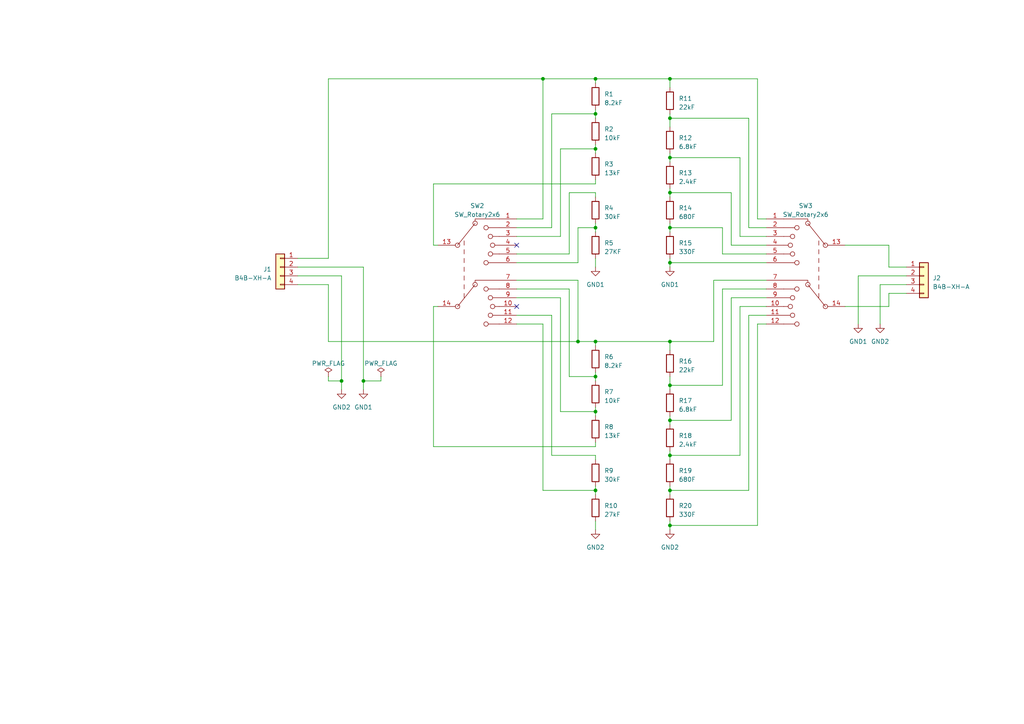
<source format=kicad_sch>
(kicad_sch (version 20230121) (generator eeschema)

  (uuid 1a7721b7-0688-4c4e-9d3b-046f82a8ce57)

  (paper "A4")

  (lib_symbols
    (symbol "Connector_Generic:Conn_01x04" (pin_names (offset 1.016) hide) (in_bom yes) (on_board yes)
      (property "Reference" "J" (at 0 5.08 0)
        (effects (font (size 1.27 1.27)))
      )
      (property "Value" "Conn_01x04" (at 0 -7.62 0)
        (effects (font (size 1.27 1.27)))
      )
      (property "Footprint" "" (at 0 0 0)
        (effects (font (size 1.27 1.27)) hide)
      )
      (property "Datasheet" "~" (at 0 0 0)
        (effects (font (size 1.27 1.27)) hide)
      )
      (property "ki_keywords" "connector" (at 0 0 0)
        (effects (font (size 1.27 1.27)) hide)
      )
      (property "ki_description" "Generic connector, single row, 01x04, script generated (kicad-library-utils/schlib/autogen/connector/)" (at 0 0 0)
        (effects (font (size 1.27 1.27)) hide)
      )
      (property "ki_fp_filters" "Connector*:*_1x??_*" (at 0 0 0)
        (effects (font (size 1.27 1.27)) hide)
      )
      (symbol "Conn_01x04_1_1"
        (rectangle (start -1.27 -4.953) (end 0 -5.207)
          (stroke (width 0.1524) (type default))
          (fill (type none))
        )
        (rectangle (start -1.27 -2.413) (end 0 -2.667)
          (stroke (width 0.1524) (type default))
          (fill (type none))
        )
        (rectangle (start -1.27 0.127) (end 0 -0.127)
          (stroke (width 0.1524) (type default))
          (fill (type none))
        )
        (rectangle (start -1.27 2.667) (end 0 2.413)
          (stroke (width 0.1524) (type default))
          (fill (type none))
        )
        (rectangle (start -1.27 3.81) (end 1.27 -6.35)
          (stroke (width 0.254) (type default))
          (fill (type background))
        )
        (pin passive line (at -5.08 2.54 0) (length 3.81)
          (name "Pin_1" (effects (font (size 1.27 1.27))))
          (number "1" (effects (font (size 1.27 1.27))))
        )
        (pin passive line (at -5.08 0 0) (length 3.81)
          (name "Pin_2" (effects (font (size 1.27 1.27))))
          (number "2" (effects (font (size 1.27 1.27))))
        )
        (pin passive line (at -5.08 -2.54 0) (length 3.81)
          (name "Pin_3" (effects (font (size 1.27 1.27))))
          (number "3" (effects (font (size 1.27 1.27))))
        )
        (pin passive line (at -5.08 -5.08 0) (length 3.81)
          (name "Pin_4" (effects (font (size 1.27 1.27))))
          (number "4" (effects (font (size 1.27 1.27))))
        )
      )
    )
    (symbol "Device:R" (pin_numbers hide) (pin_names (offset 0)) (in_bom yes) (on_board yes)
      (property "Reference" "R" (at 2.032 0 90)
        (effects (font (size 1.27 1.27)))
      )
      (property "Value" "R" (at 0 0 90)
        (effects (font (size 1.27 1.27)))
      )
      (property "Footprint" "" (at -1.778 0 90)
        (effects (font (size 1.27 1.27)) hide)
      )
      (property "Datasheet" "~" (at 0 0 0)
        (effects (font (size 1.27 1.27)) hide)
      )
      (property "ki_keywords" "R res resistor" (at 0 0 0)
        (effects (font (size 1.27 1.27)) hide)
      )
      (property "ki_description" "Resistor" (at 0 0 0)
        (effects (font (size 1.27 1.27)) hide)
      )
      (property "ki_fp_filters" "R_*" (at 0 0 0)
        (effects (font (size 1.27 1.27)) hide)
      )
      (symbol "R_0_1"
        (rectangle (start -1.016 -2.54) (end 1.016 2.54)
          (stroke (width 0.254) (type default))
          (fill (type none))
        )
      )
      (symbol "R_1_1"
        (pin passive line (at 0 3.81 270) (length 1.27)
          (name "~" (effects (font (size 1.27 1.27))))
          (number "1" (effects (font (size 1.27 1.27))))
        )
        (pin passive line (at 0 -3.81 90) (length 1.27)
          (name "~" (effects (font (size 1.27 1.27))))
          (number "2" (effects (font (size 1.27 1.27))))
        )
      )
    )
    (symbol "Switch:SW_Rotary2x6" (pin_names (offset 1.016) hide) (in_bom yes) (on_board yes)
      (property "Reference" "SW" (at 0 17.78 0)
        (effects (font (size 1.27 1.27)))
      )
      (property "Value" "SW_Rotary2x6" (at 0 -17.78 0)
        (effects (font (size 1.27 1.27)))
      )
      (property "Footprint" "" (at -2.54 15.24 0)
        (effects (font (size 1.27 1.27)) hide)
      )
      (property "Datasheet" "http://cdn-reichelt.de/documents/datenblatt/C200/DS-Serie%23LOR.pdf" (at -2.54 15.24 0)
        (effects (font (size 1.27 1.27)) hide)
      )
      (property "ki_keywords" "rotary switch" (at 0 0 0)
        (effects (font (size 1.27 1.27)) hide)
      )
      (property "ki_description" "2 rotary switch with 6 positions" (at 0 0 0)
        (effects (font (size 1.27 1.27)) hide)
      )
      (symbol "SW_Rotary2x6_0_0"
        (circle (center -4.445 -10.16) (radius 0.635)
          (stroke (width 0) (type default))
          (fill (type none))
        )
        (circle (center -4.445 7.62) (radius 0.635)
          (stroke (width 0) (type default))
          (fill (type none))
        )
        (polyline
          (pts
            (xy -4.445 -10.16)
            (xy 0.635 -3.81)
          )
          (stroke (width 0) (type default))
          (fill (type none))
        )
        (polyline
          (pts
            (xy -4.445 7.62)
            (xy 0.635 13.97)
          )
          (stroke (width 0) (type default))
          (fill (type none))
        )
        (polyline
          (pts
            (xy -2.54 -7.62)
            (xy -2.54 -6.35)
          )
          (stroke (width 0) (type default))
          (fill (type none))
        )
        (polyline
          (pts
            (xy -2.54 -5.08)
            (xy -2.54 -3.81)
          )
          (stroke (width 0) (type default))
          (fill (type none))
        )
        (polyline
          (pts
            (xy -2.54 -2.54)
            (xy -2.54 -1.27)
          )
          (stroke (width 0) (type default))
          (fill (type none))
        )
        (polyline
          (pts
            (xy -2.54 0)
            (xy -2.54 1.27)
          )
          (stroke (width 0) (type default))
          (fill (type none))
        )
        (polyline
          (pts
            (xy -2.54 2.54)
            (xy -2.54 3.81)
          )
          (stroke (width 0) (type default))
          (fill (type none))
        )
        (polyline
          (pts
            (xy -2.54 5.08)
            (xy -2.54 6.35)
          )
          (stroke (width 0) (type default))
          (fill (type none))
        )
        (polyline
          (pts
            (xy -2.54 7.62)
            (xy -2.54 8.89)
          )
          (stroke (width 0) (type default))
          (fill (type none))
        )
        (polyline
          (pts
            (xy 4.445 -5.08)
            (xy 7.62 -5.08)
          )
          (stroke (width 0) (type default))
          (fill (type none))
        )
        (polyline
          (pts
            (xy 4.445 12.7)
            (xy 7.62 12.7)
          )
          (stroke (width 0) (type default))
          (fill (type none))
        )
        (polyline
          (pts
            (xy 5.715 -12.7)
            (xy 7.62 -12.7)
          )
          (stroke (width 0) (type default))
          (fill (type none))
        )
        (polyline
          (pts
            (xy 5.715 -7.62)
            (xy 7.62 -7.62)
          )
          (stroke (width 0) (type default))
          (fill (type none))
        )
        (polyline
          (pts
            (xy 5.715 5.08)
            (xy 7.62 5.08)
          )
          (stroke (width 0) (type default))
          (fill (type none))
        )
        (polyline
          (pts
            (xy 5.715 10.16)
            (xy 7.62 10.16)
          )
          (stroke (width 0) (type default))
          (fill (type none))
        )
        (polyline
          (pts
            (xy 6.35 -10.16)
            (xy 7.62 -10.16)
          )
          (stroke (width 0) (type default))
          (fill (type none))
        )
        (polyline
          (pts
            (xy 6.35 7.62)
            (xy 7.62 7.62)
          )
          (stroke (width 0) (type default))
          (fill (type none))
        )
        (polyline
          (pts
            (xy 7.62 -15.24)
            (xy 4.445 -15.24)
          )
          (stroke (width 0) (type default))
          (fill (type none))
        )
        (polyline
          (pts
            (xy 7.62 2.54)
            (xy 4.445 2.54)
          )
          (stroke (width 0) (type default))
          (fill (type none))
        )
        (polyline
          (pts
            (xy 0.635 -3.175)
            (xy 0.635 -2.54)
            (xy 7.62 -2.54)
          )
          (stroke (width 0) (type default))
          (fill (type none))
        )
        (polyline
          (pts
            (xy 0.635 14.605)
            (xy 0.635 15.24)
            (xy 7.62 15.24)
          )
          (stroke (width 0) (type default))
          (fill (type none))
        )
        (circle (center 0.635 -3.81) (radius 0.635)
          (stroke (width 0) (type default))
          (fill (type none))
        )
        (circle (center 0.635 13.97) (radius 0.635)
          (stroke (width 0) (type default))
          (fill (type none))
        )
        (circle (center 3.81 -15.24) (radius 0.635)
          (stroke (width 0) (type default))
          (fill (type none))
        )
        (circle (center 3.81 -5.08) (radius 0.635)
          (stroke (width 0) (type default))
          (fill (type none))
        )
        (circle (center 3.81 2.54) (radius 0.635)
          (stroke (width 0) (type default))
          (fill (type none))
        )
        (circle (center 3.81 12.7) (radius 0.635)
          (stroke (width 0) (type default))
          (fill (type none))
        )
        (circle (center 5.08 -12.7) (radius 0.635)
          (stroke (width 0) (type default))
          (fill (type none))
        )
        (circle (center 5.08 -7.62) (radius 0.635)
          (stroke (width 0) (type default))
          (fill (type none))
        )
        (circle (center 5.08 5.08) (radius 0.635)
          (stroke (width 0) (type default))
          (fill (type none))
        )
        (circle (center 5.08 10.16) (radius 0.635)
          (stroke (width 0) (type default))
          (fill (type none))
        )
        (circle (center 5.715 -10.16) (radius 0.635)
          (stroke (width 0) (type default))
          (fill (type none))
        )
        (circle (center 5.715 7.62) (radius 0.635)
          (stroke (width 0) (type default))
          (fill (type none))
        )
      )
      (symbol "SW_Rotary2x6_0_1"
        (pin passive line (at 12.7 15.24 180) (length 5.08)
          (name "1" (effects (font (size 1.27 1.27))))
          (number "1" (effects (font (size 1.27 1.27))))
        )
        (pin passive line (at 12.7 -10.16 180) (length 5.08)
          (name "10" (effects (font (size 1.27 1.27))))
          (number "10" (effects (font (size 1.27 1.27))))
        )
        (pin passive line (at 12.7 -12.7 180) (length 5.08)
          (name "11" (effects (font (size 1.27 1.27))))
          (number "11" (effects (font (size 1.27 1.27))))
        )
        (pin passive line (at 12.7 -15.24 180) (length 5.08)
          (name "12" (effects (font (size 1.27 1.27))))
          (number "12" (effects (font (size 1.27 1.27))))
        )
        (pin passive line (at -10.16 7.62 0) (length 5.08)
          (name "13" (effects (font (size 1.27 1.27))))
          (number "13" (effects (font (size 1.27 1.27))))
        )
        (pin passive line (at -10.16 -10.16 0) (length 5.08)
          (name "14" (effects (font (size 1.27 1.27))))
          (number "14" (effects (font (size 1.27 1.27))))
        )
        (pin passive line (at 12.7 12.7 180) (length 5.08)
          (name "2" (effects (font (size 1.27 1.27))))
          (number "2" (effects (font (size 1.27 1.27))))
        )
        (pin passive line (at 12.7 10.16 180) (length 5.08)
          (name "3" (effects (font (size 1.27 1.27))))
          (number "3" (effects (font (size 1.27 1.27))))
        )
        (pin passive line (at 12.7 7.62 180) (length 5.08)
          (name "4" (effects (font (size 1.27 1.27))))
          (number "4" (effects (font (size 1.27 1.27))))
        )
        (pin passive line (at 12.7 5.08 180) (length 5.08)
          (name "5" (effects (font (size 1.27 1.27))))
          (number "5" (effects (font (size 1.27 1.27))))
        )
        (pin passive line (at 12.7 2.54 180) (length 5.08)
          (name "6" (effects (font (size 1.27 1.27))))
          (number "6" (effects (font (size 1.27 1.27))))
        )
        (pin passive line (at 12.7 -2.54 180) (length 5.08)
          (name "7" (effects (font (size 1.27 1.27))))
          (number "7" (effects (font (size 1.27 1.27))))
        )
        (pin passive line (at 12.7 -5.08 180) (length 5.08)
          (name "8" (effects (font (size 1.27 1.27))))
          (number "8" (effects (font (size 1.27 1.27))))
        )
        (pin passive line (at 12.7 -7.62 180) (length 5.08)
          (name "9" (effects (font (size 1.27 1.27))))
          (number "9" (effects (font (size 1.27 1.27))))
        )
      )
    )
    (symbol "power:GND1" (power) (pin_names (offset 0)) (in_bom yes) (on_board yes)
      (property "Reference" "#PWR" (at 0 -6.35 0)
        (effects (font (size 1.27 1.27)) hide)
      )
      (property "Value" "GND1" (at 0 -3.81 0)
        (effects (font (size 1.27 1.27)))
      )
      (property "Footprint" "" (at 0 0 0)
        (effects (font (size 1.27 1.27)) hide)
      )
      (property "Datasheet" "" (at 0 0 0)
        (effects (font (size 1.27 1.27)) hide)
      )
      (property "ki_keywords" "global power" (at 0 0 0)
        (effects (font (size 1.27 1.27)) hide)
      )
      (property "ki_description" "Power symbol creates a global label with name \"GND1\" , ground" (at 0 0 0)
        (effects (font (size 1.27 1.27)) hide)
      )
      (symbol "GND1_0_1"
        (polyline
          (pts
            (xy 0 0)
            (xy 0 -1.27)
            (xy 1.27 -1.27)
            (xy 0 -2.54)
            (xy -1.27 -1.27)
            (xy 0 -1.27)
          )
          (stroke (width 0) (type default))
          (fill (type none))
        )
      )
      (symbol "GND1_1_1"
        (pin power_in line (at 0 0 270) (length 0) hide
          (name "GND1" (effects (font (size 1.27 1.27))))
          (number "1" (effects (font (size 1.27 1.27))))
        )
      )
    )
    (symbol "power:GND2" (power) (pin_names (offset 0)) (in_bom yes) (on_board yes)
      (property "Reference" "#PWR" (at 0 -6.35 0)
        (effects (font (size 1.27 1.27)) hide)
      )
      (property "Value" "GND2" (at 0 -3.81 0)
        (effects (font (size 1.27 1.27)))
      )
      (property "Footprint" "" (at 0 0 0)
        (effects (font (size 1.27 1.27)) hide)
      )
      (property "Datasheet" "" (at 0 0 0)
        (effects (font (size 1.27 1.27)) hide)
      )
      (property "ki_keywords" "global power" (at 0 0 0)
        (effects (font (size 1.27 1.27)) hide)
      )
      (property "ki_description" "Power symbol creates a global label with name \"GND2\" , ground" (at 0 0 0)
        (effects (font (size 1.27 1.27)) hide)
      )
      (symbol "GND2_0_1"
        (polyline
          (pts
            (xy 0 0)
            (xy 0 -1.27)
            (xy 1.27 -1.27)
            (xy 0 -2.54)
            (xy -1.27 -1.27)
            (xy 0 -1.27)
          )
          (stroke (width 0) (type default))
          (fill (type none))
        )
      )
      (symbol "GND2_1_1"
        (pin power_in line (at 0 0 270) (length 0) hide
          (name "GND2" (effects (font (size 1.27 1.27))))
          (number "1" (effects (font (size 1.27 1.27))))
        )
      )
    )
    (symbol "power:PWR_FLAG" (power) (pin_numbers hide) (pin_names (offset 0) hide) (in_bom yes) (on_board yes)
      (property "Reference" "#FLG" (at 0 1.905 0)
        (effects (font (size 1.27 1.27)) hide)
      )
      (property "Value" "PWR_FLAG" (at 0 3.81 0)
        (effects (font (size 1.27 1.27)))
      )
      (property "Footprint" "" (at 0 0 0)
        (effects (font (size 1.27 1.27)) hide)
      )
      (property "Datasheet" "~" (at 0 0 0)
        (effects (font (size 1.27 1.27)) hide)
      )
      (property "ki_keywords" "flag power" (at 0 0 0)
        (effects (font (size 1.27 1.27)) hide)
      )
      (property "ki_description" "Special symbol for telling ERC where power comes from" (at 0 0 0)
        (effects (font (size 1.27 1.27)) hide)
      )
      (symbol "PWR_FLAG_0_0"
        (pin power_out line (at 0 0 90) (length 0)
          (name "pwr" (effects (font (size 1.27 1.27))))
          (number "1" (effects (font (size 1.27 1.27))))
        )
      )
      (symbol "PWR_FLAG_0_1"
        (polyline
          (pts
            (xy 0 0)
            (xy 0 1.27)
            (xy -1.016 1.905)
            (xy 0 2.54)
            (xy 1.016 1.905)
            (xy 0 1.27)
          )
          (stroke (width 0) (type default))
          (fill (type none))
        )
      )
    )
  )

  (junction (at 172.72 99.06) (diameter 0) (color 0 0 0 0)
    (uuid 0ecc97c2-eb69-4a02-a512-1975a84cd7f9)
  )
  (junction (at 172.72 119.38) (diameter 0) (color 0 0 0 0)
    (uuid 19d7cee9-acaf-47f2-85ec-bb7a5b3c64f5)
  )
  (junction (at 194.31 45.72) (diameter 0) (color 0 0 0 0)
    (uuid 266d2653-b6ef-4685-a118-880536b04975)
  )
  (junction (at 167.64 99.06) (diameter 0) (color 0 0 0 0)
    (uuid 29afde1b-1e5d-411d-9fd4-ac517afedd6a)
  )
  (junction (at 194.31 121.92) (diameter 0) (color 0 0 0 0)
    (uuid 33150100-b869-4b72-8bea-88bb18fabe6f)
  )
  (junction (at 194.31 55.88) (diameter 0) (color 0 0 0 0)
    (uuid 3a905110-da26-4bd6-a073-ad009ab8690b)
  )
  (junction (at 194.31 99.06) (diameter 0) (color 0 0 0 0)
    (uuid 40267a45-b2dc-4936-a6ae-9cd3de79933a)
  )
  (junction (at 172.72 66.04) (diameter 0) (color 0 0 0 0)
    (uuid 4525c79e-6619-443a-a6d0-70f6cb69bcde)
  )
  (junction (at 194.31 132.08) (diameter 0) (color 0 0 0 0)
    (uuid 4c9322fb-e77c-4939-91f3-2e2bfa26f72e)
  )
  (junction (at 157.48 22.86) (diameter 0) (color 0 0 0 0)
    (uuid 54daab37-3fff-42a5-a40e-2d34040e1c71)
  )
  (junction (at 194.31 34.29) (diameter 0) (color 0 0 0 0)
    (uuid 6b0ae797-15aa-4940-baa2-d8ecdee16f78)
  )
  (junction (at 172.72 43.18) (diameter 0) (color 0 0 0 0)
    (uuid 7cebc6a8-01de-4e4f-a36b-948e3f187c09)
  )
  (junction (at 194.31 111.76) (diameter 0) (color 0 0 0 0)
    (uuid a28fd270-9404-4074-944a-5b54b03d4aea)
  )
  (junction (at 99.06 110.49) (diameter 0) (color 0 0 0 0)
    (uuid ac79f3e1-b97d-41f8-953e-89a6d802ba97)
  )
  (junction (at 194.31 152.4) (diameter 0) (color 0 0 0 0)
    (uuid b30993f3-0211-4ad8-aae6-715e717652c9)
  )
  (junction (at 194.31 76.2) (diameter 0) (color 0 0 0 0)
    (uuid bf5732ee-decc-4501-8a70-7c5f823ee284)
  )
  (junction (at 172.72 22.86) (diameter 0) (color 0 0 0 0)
    (uuid d57be58b-291d-426b-a359-243aa1ac9e40)
  )
  (junction (at 172.72 33.02) (diameter 0) (color 0 0 0 0)
    (uuid d946c94d-8807-4a55-b7d2-e2fc49d68b75)
  )
  (junction (at 172.72 142.24) (diameter 0) (color 0 0 0 0)
    (uuid dd0c4eb7-55fe-49dc-a33d-b4936dad0b1c)
  )
  (junction (at 194.31 22.86) (diameter 0) (color 0 0 0 0)
    (uuid de05d7e2-f255-4242-992d-ced5e5a6f9ff)
  )
  (junction (at 194.31 66.04) (diameter 0) (color 0 0 0 0)
    (uuid deca3586-ffb0-4fb3-b19b-0d0dfd219b3f)
  )
  (junction (at 105.41 110.49) (diameter 0) (color 0 0 0 0)
    (uuid e17f550b-c97d-4349-b80d-9e009cbf9664)
  )
  (junction (at 194.31 142.24) (diameter 0) (color 0 0 0 0)
    (uuid e44af3d7-8163-434a-b6cb-cafbb908ccff)
  )
  (junction (at 172.72 109.22) (diameter 0) (color 0 0 0 0)
    (uuid e78d36b2-bfb4-4c5b-9441-9747325a0487)
  )

  (no_connect (at 149.86 88.9) (uuid 25c269f4-6125-473f-b4b8-f35e479cc968))
  (no_connect (at 149.86 71.12) (uuid 9266952b-df1b-49df-bf5e-4fd99a5d50b3))

  (wire (pts (xy 257.81 77.47) (xy 262.89 77.47))
    (stroke (width 0) (type default))
    (uuid 009bedbe-e729-4394-9104-9b75ac47971a)
  )
  (wire (pts (xy 257.81 85.09) (xy 257.81 88.9))
    (stroke (width 0) (type default))
    (uuid 0190485e-6c1d-4a18-942a-17e4e153aca5)
  )
  (wire (pts (xy 86.36 74.93) (xy 95.25 74.93))
    (stroke (width 0) (type default))
    (uuid 01d5321e-c0ff-40a6-b2ed-4a29c81bd252)
  )
  (wire (pts (xy 162.56 68.58) (xy 162.56 43.18))
    (stroke (width 0) (type default))
    (uuid 033fe0c3-4aab-4118-83a7-95f3865a1fd8)
  )
  (wire (pts (xy 217.17 34.29) (xy 194.31 34.29))
    (stroke (width 0) (type default))
    (uuid 036f259b-6b45-4ec8-bbae-0fc8502fee2a)
  )
  (wire (pts (xy 95.25 109.22) (xy 95.25 110.49))
    (stroke (width 0) (type default))
    (uuid 04117d6b-ba30-4548-8661-be392d32df16)
  )
  (wire (pts (xy 217.17 142.24) (xy 194.31 142.24))
    (stroke (width 0) (type default))
    (uuid 04defa86-b3f4-48b8-a487-2029cd4daddc)
  )
  (wire (pts (xy 162.56 86.36) (xy 149.86 86.36))
    (stroke (width 0) (type default))
    (uuid 04df3bbd-a795-46f9-90b8-45995e40ac13)
  )
  (wire (pts (xy 262.89 85.09) (xy 257.81 85.09))
    (stroke (width 0) (type default))
    (uuid 062b54d1-43f7-4cf7-a95c-7096e046d740)
  )
  (wire (pts (xy 194.31 76.2) (xy 222.25 76.2))
    (stroke (width 0) (type default))
    (uuid 08100098-92b6-45c0-84e5-4ebb45dcb47c)
  )
  (wire (pts (xy 214.63 45.72) (xy 214.63 68.58))
    (stroke (width 0) (type default))
    (uuid 0a2d3b5a-6fd2-4b2f-86ba-d670739b8459)
  )
  (wire (pts (xy 214.63 132.08) (xy 194.31 132.08))
    (stroke (width 0) (type default))
    (uuid 0d4a901e-93c5-4cd5-910f-0a79e71212fd)
  )
  (wire (pts (xy 209.55 66.04) (xy 194.31 66.04))
    (stroke (width 0) (type default))
    (uuid 0e0d343f-6b9b-496a-92e4-bbc4e204d34b)
  )
  (wire (pts (xy 219.71 63.5) (xy 222.25 63.5))
    (stroke (width 0) (type default))
    (uuid 0f22ef0c-83b9-4f6f-ac5a-fb206293a751)
  )
  (wire (pts (xy 194.31 55.88) (xy 212.09 55.88))
    (stroke (width 0) (type default))
    (uuid 0f40943b-f234-4073-895d-51063c5a545a)
  )
  (wire (pts (xy 105.41 77.47) (xy 105.41 110.49))
    (stroke (width 0) (type default))
    (uuid 0f933905-565b-4052-b162-12cb126c3bcb)
  )
  (wire (pts (xy 172.72 33.02) (xy 172.72 34.29))
    (stroke (width 0) (type default))
    (uuid 12d8a47b-5161-47a9-8000-3723b1b74ad3)
  )
  (wire (pts (xy 95.25 22.86) (xy 157.48 22.86))
    (stroke (width 0) (type default))
    (uuid 145a5e9e-6bdd-4e82-817f-0d9b0ac4088e)
  )
  (wire (pts (xy 194.31 55.88) (xy 194.31 57.15))
    (stroke (width 0) (type default))
    (uuid 14f88cfe-feed-4736-93a6-c745788e1804)
  )
  (wire (pts (xy 219.71 22.86) (xy 219.71 63.5))
    (stroke (width 0) (type default))
    (uuid 157f60d2-cc51-4ea9-a7b0-eb024b6b195f)
  )
  (wire (pts (xy 194.31 66.04) (xy 194.31 67.31))
    (stroke (width 0) (type default))
    (uuid 16576e19-a58a-4263-b1be-ed4c7e2b163a)
  )
  (wire (pts (xy 222.25 81.28) (xy 207.01 81.28))
    (stroke (width 0) (type default))
    (uuid 16bfb5b7-1fce-49b2-b5c1-b9130b01b5a9)
  )
  (wire (pts (xy 162.56 119.38) (xy 162.56 86.36))
    (stroke (width 0) (type default))
    (uuid 17542550-086e-4d55-845b-f13fc69412d5)
  )
  (wire (pts (xy 110.49 110.49) (xy 105.41 110.49))
    (stroke (width 0) (type default))
    (uuid 1a6a7118-a59c-4a65-bd4f-e30a12ee6c0b)
  )
  (wire (pts (xy 217.17 66.04) (xy 217.17 34.29))
    (stroke (width 0) (type default))
    (uuid 1aa8de8f-63bf-4a4c-be54-2aa51f09645b)
  )
  (wire (pts (xy 172.72 107.95) (xy 172.72 109.22))
    (stroke (width 0) (type default))
    (uuid 1ac33211-4269-4d3f-8a3b-abace8fdc51f)
  )
  (wire (pts (xy 194.31 22.86) (xy 194.31 25.4))
    (stroke (width 0) (type default))
    (uuid 1c327ced-e7ef-4a95-8ad2-015981873572)
  )
  (wire (pts (xy 214.63 88.9) (xy 214.63 132.08))
    (stroke (width 0) (type default))
    (uuid 1d88bcee-b8db-45d8-84f0-893a901f9cb0)
  )
  (wire (pts (xy 125.73 71.12) (xy 127 71.12))
    (stroke (width 0) (type default))
    (uuid 224f7a7f-2592-426f-9b96-32366d8bbab7)
  )
  (wire (pts (xy 172.72 132.08) (xy 172.72 133.35))
    (stroke (width 0) (type default))
    (uuid 2368acde-c336-4a37-acb2-778031bbc4f6)
  )
  (wire (pts (xy 262.89 82.55) (xy 255.27 82.55))
    (stroke (width 0) (type default))
    (uuid 23d6f207-bae4-42fc-931c-09047adeed43)
  )
  (wire (pts (xy 219.71 93.98) (xy 222.25 93.98))
    (stroke (width 0) (type default))
    (uuid 29039e31-6620-4ef9-bb38-4530bca4ad17)
  )
  (wire (pts (xy 194.31 132.08) (xy 194.31 133.35))
    (stroke (width 0) (type default))
    (uuid 2a62efe6-c2ff-48e7-95fd-1934c8da6317)
  )
  (wire (pts (xy 172.72 99.06) (xy 194.31 99.06))
    (stroke (width 0) (type default))
    (uuid 2afd358e-ba71-4f6e-a325-d4f4800edecc)
  )
  (wire (pts (xy 165.1 73.66) (xy 149.86 73.66))
    (stroke (width 0) (type default))
    (uuid 2b06821d-401e-4251-b60c-e6a79499687d)
  )
  (wire (pts (xy 172.72 109.22) (xy 172.72 110.49))
    (stroke (width 0) (type default))
    (uuid 2d1ad1c8-0a94-4455-a709-7ace06c48b5b)
  )
  (wire (pts (xy 99.06 80.01) (xy 86.36 80.01))
    (stroke (width 0) (type default))
    (uuid 2e40ab45-82d2-4fba-84d7-52348de57a88)
  )
  (wire (pts (xy 222.25 88.9) (xy 214.63 88.9))
    (stroke (width 0) (type default))
    (uuid 2e61deec-27f0-490c-96be-c30756e1ce1a)
  )
  (wire (pts (xy 86.36 77.47) (xy 105.41 77.47))
    (stroke (width 0) (type default))
    (uuid 30f8fe81-f0d5-44a7-a143-19e90a7a9e6a)
  )
  (wire (pts (xy 194.31 142.24) (xy 194.31 143.51))
    (stroke (width 0) (type default))
    (uuid 31735b31-45e4-4b27-8d6c-144edcdc282f)
  )
  (wire (pts (xy 245.11 71.12) (xy 257.81 71.12))
    (stroke (width 0) (type default))
    (uuid 31ee9e25-f253-4611-8fd6-9fbe5158fc8d)
  )
  (wire (pts (xy 172.72 142.24) (xy 157.48 142.24))
    (stroke (width 0) (type default))
    (uuid 33944192-7919-4088-865f-f637a3578188)
  )
  (wire (pts (xy 194.31 34.29) (xy 194.31 33.02))
    (stroke (width 0) (type default))
    (uuid 367a720e-9011-4d36-8308-48a5052e5ce9)
  )
  (wire (pts (xy 194.31 74.93) (xy 194.31 76.2))
    (stroke (width 0) (type default))
    (uuid 37fb2f9a-c728-42f7-9fae-c2946a110aa6)
  )
  (wire (pts (xy 194.31 64.77) (xy 194.31 66.04))
    (stroke (width 0) (type default))
    (uuid 3a8de680-7f65-40b2-80dd-1331fda32abf)
  )
  (wire (pts (xy 125.73 53.34) (xy 172.72 53.34))
    (stroke (width 0) (type default))
    (uuid 3b6dd61f-70ce-4291-8a65-180b42b8677c)
  )
  (wire (pts (xy 194.31 45.72) (xy 214.63 45.72))
    (stroke (width 0) (type default))
    (uuid 3eafa89b-fe15-44bc-abe3-37e3d22fbc96)
  )
  (wire (pts (xy 172.72 22.86) (xy 194.31 22.86))
    (stroke (width 0) (type default))
    (uuid 3f225727-4a8c-4227-ab18-e7769fbbfc4b)
  )
  (wire (pts (xy 194.31 120.65) (xy 194.31 121.92))
    (stroke (width 0) (type default))
    (uuid 41ba5542-2490-4edb-93d2-d640ad03ad76)
  )
  (wire (pts (xy 194.31 152.4) (xy 194.31 153.67))
    (stroke (width 0) (type default))
    (uuid 41daf797-ac4a-4c9a-8bf7-fab337cab54d)
  )
  (wire (pts (xy 172.72 142.24) (xy 172.72 143.51))
    (stroke (width 0) (type default))
    (uuid 42204c15-fd44-4ede-84b0-299e7dbd2541)
  )
  (wire (pts (xy 194.31 76.2) (xy 194.31 77.47))
    (stroke (width 0) (type default))
    (uuid 443fe61e-538e-4089-970a-fda597c59655)
  )
  (wire (pts (xy 172.72 31.75) (xy 172.72 33.02))
    (stroke (width 0) (type default))
    (uuid 47a83ca3-d513-48c2-814b-7d482a0f512c)
  )
  (wire (pts (xy 162.56 68.58) (xy 149.86 68.58))
    (stroke (width 0) (type default))
    (uuid 480a6c2b-de1b-491a-b779-7f219ce52093)
  )
  (wire (pts (xy 257.81 71.12) (xy 257.81 77.47))
    (stroke (width 0) (type default))
    (uuid 49f201e1-6fb9-4cb5-85b8-aa27608802f9)
  )
  (wire (pts (xy 165.1 109.22) (xy 172.72 109.22))
    (stroke (width 0) (type default))
    (uuid 4aabc34e-2710-4f8f-948b-0f240944d8c9)
  )
  (wire (pts (xy 167.64 66.04) (xy 167.64 76.2))
    (stroke (width 0) (type default))
    (uuid 4ce161b4-b4ca-498f-a993-98b99b1e3bff)
  )
  (wire (pts (xy 167.64 81.28) (xy 167.64 99.06))
    (stroke (width 0) (type default))
    (uuid 4e4528d4-b230-4778-86d7-af20db5fdec7)
  )
  (wire (pts (xy 194.31 99.06) (xy 194.31 101.6))
    (stroke (width 0) (type default))
    (uuid 4e637194-9dd7-4efc-bfcb-226dce04c494)
  )
  (wire (pts (xy 149.86 66.04) (xy 160.02 66.04))
    (stroke (width 0) (type default))
    (uuid 4e64dc8e-02c2-471d-a55c-6cd805fa4752)
  )
  (wire (pts (xy 194.31 151.13) (xy 194.31 152.4))
    (stroke (width 0) (type default))
    (uuid 4ed1161b-d1c2-4218-8c96-6388a04db6d1)
  )
  (wire (pts (xy 105.41 110.49) (xy 105.41 113.03))
    (stroke (width 0) (type default))
    (uuid 4f2f5769-cde6-48e9-8518-7fee5187d02b)
  )
  (wire (pts (xy 172.72 129.54) (xy 125.73 129.54))
    (stroke (width 0) (type default))
    (uuid 4ff693ac-b60f-421e-9647-c19049d51d79)
  )
  (wire (pts (xy 95.25 99.06) (xy 95.25 82.55))
    (stroke (width 0) (type default))
    (uuid 51b27e69-6928-4224-9bf7-6c84c6abb3ba)
  )
  (wire (pts (xy 162.56 43.18) (xy 172.72 43.18))
    (stroke (width 0) (type default))
    (uuid 52ad93cf-536b-4c05-8b5e-a26f691f72d7)
  )
  (wire (pts (xy 125.73 129.54) (xy 125.73 88.9))
    (stroke (width 0) (type default))
    (uuid 531954e7-a7da-4175-aae7-0daa9b42143f)
  )
  (wire (pts (xy 110.49 109.22) (xy 110.49 110.49))
    (stroke (width 0) (type default))
    (uuid 54e4f8e4-e595-4aba-870e-635fa02b5047)
  )
  (wire (pts (xy 160.02 132.08) (xy 172.72 132.08))
    (stroke (width 0) (type default))
    (uuid 55505711-f2fd-4228-90b8-a6de5c9fa50b)
  )
  (wire (pts (xy 172.72 41.91) (xy 172.72 43.18))
    (stroke (width 0) (type default))
    (uuid 56c397e2-358a-4760-ade8-12c51573cc70)
  )
  (wire (pts (xy 212.09 86.36) (xy 212.09 121.92))
    (stroke (width 0) (type default))
    (uuid 5cb27a20-3752-4fd2-8653-93fc21fd1780)
  )
  (wire (pts (xy 209.55 83.82) (xy 209.55 111.76))
    (stroke (width 0) (type default))
    (uuid 5fdba676-f2e4-42e6-b033-3c8a9c65ceb6)
  )
  (wire (pts (xy 219.71 93.98) (xy 219.71 152.4))
    (stroke (width 0) (type default))
    (uuid 60f903ee-b871-43a7-ad91-e9a2e99f0eec)
  )
  (wire (pts (xy 245.11 88.9) (xy 257.81 88.9))
    (stroke (width 0) (type default))
    (uuid 619a1781-992d-415d-86ae-4864ebc37bd2)
  )
  (wire (pts (xy 172.72 140.97) (xy 172.72 142.24))
    (stroke (width 0) (type default))
    (uuid 62cd2230-38c0-4c61-ab73-6b9660cf6a77)
  )
  (wire (pts (xy 194.31 111.76) (xy 194.31 113.03))
    (stroke (width 0) (type default))
    (uuid 63845d2f-4f78-4407-9c79-a5f5ee068de0)
  )
  (wire (pts (xy 95.25 110.49) (xy 99.06 110.49))
    (stroke (width 0) (type default))
    (uuid 63b84379-c5b7-418a-8cf9-4a1a2ee1fa30)
  )
  (wire (pts (xy 99.06 113.03) (xy 99.06 110.49))
    (stroke (width 0) (type default))
    (uuid 648fafb2-c3cf-4e63-adb1-74491a7e2617)
  )
  (wire (pts (xy 194.31 140.97) (xy 194.31 142.24))
    (stroke (width 0) (type default))
    (uuid 6844fb02-f093-4a97-9730-a69e6bae3bfe)
  )
  (wire (pts (xy 172.72 66.04) (xy 167.64 66.04))
    (stroke (width 0) (type default))
    (uuid 6aeebfec-560a-4e29-97cd-7755a951d48d)
  )
  (wire (pts (xy 172.72 74.93) (xy 172.72 77.47))
    (stroke (width 0) (type default))
    (uuid 6ea71af7-5ebb-4254-b4c9-c88016e413db)
  )
  (wire (pts (xy 194.31 121.92) (xy 194.31 123.19))
    (stroke (width 0) (type default))
    (uuid 78aea3c5-17db-4b24-ad0e-4637e36a914c)
  )
  (wire (pts (xy 217.17 91.44) (xy 217.17 142.24))
    (stroke (width 0) (type default))
    (uuid 78e0852e-7d82-4fe9-9cb0-50e8fdb79862)
  )
  (wire (pts (xy 172.72 52.07) (xy 172.72 53.34))
    (stroke (width 0) (type default))
    (uuid 7b1ffe03-c6fe-4133-8e6c-4bcec6ab5a3f)
  )
  (wire (pts (xy 95.25 74.93) (xy 95.25 22.86))
    (stroke (width 0) (type default))
    (uuid 7b88edf9-33f1-40ca-b187-f899114c2881)
  )
  (wire (pts (xy 157.48 93.98) (xy 149.86 93.98))
    (stroke (width 0) (type default))
    (uuid 7cad2da0-e06a-4655-b11e-944618375a2b)
  )
  (wire (pts (xy 214.63 68.58) (xy 222.25 68.58))
    (stroke (width 0) (type default))
    (uuid 7d818d6c-cbd6-47a3-add3-16756ce3653a)
  )
  (wire (pts (xy 212.09 121.92) (xy 194.31 121.92))
    (stroke (width 0) (type default))
    (uuid 7ed0f058-3455-4f3f-8a7c-fdfb231135da)
  )
  (wire (pts (xy 125.73 88.9) (xy 127 88.9))
    (stroke (width 0) (type default))
    (uuid 826f1511-c0eb-4eba-b23d-b0b9615a4845)
  )
  (wire (pts (xy 167.64 76.2) (xy 149.86 76.2))
    (stroke (width 0) (type default))
    (uuid 86d05a54-84d2-4719-a272-94d04c9c68f0)
  )
  (wire (pts (xy 149.86 91.44) (xy 160.02 91.44))
    (stroke (width 0) (type default))
    (uuid 8797d5c5-ffd1-4f74-b627-ac94504c295e)
  )
  (wire (pts (xy 167.64 99.06) (xy 172.72 99.06))
    (stroke (width 0) (type default))
    (uuid 8810adcd-dc63-4a23-a56d-12a3d6b69889)
  )
  (wire (pts (xy 160.02 91.44) (xy 160.02 132.08))
    (stroke (width 0) (type default))
    (uuid 8c5d2f37-ec12-4f12-871f-e9c8b930f6f1)
  )
  (wire (pts (xy 212.09 71.12) (xy 222.25 71.12))
    (stroke (width 0) (type default))
    (uuid 8da2dcb2-3451-4cc7-8fd4-897c6c157278)
  )
  (wire (pts (xy 194.31 130.81) (xy 194.31 132.08))
    (stroke (width 0) (type default))
    (uuid 8dcb6d68-09b9-4391-84b7-d4d82aa388c9)
  )
  (wire (pts (xy 172.72 43.18) (xy 172.72 44.45))
    (stroke (width 0) (type default))
    (uuid 90f0cc5d-2d36-489c-b44c-aebb0608a89e)
  )
  (wire (pts (xy 172.72 119.38) (xy 172.72 120.65))
    (stroke (width 0) (type default))
    (uuid 99026a19-930f-42bd-8f80-b3a05d079ec0)
  )
  (wire (pts (xy 207.01 81.28) (xy 207.01 99.06))
    (stroke (width 0) (type default))
    (uuid 9943e68a-ee22-467c-9936-502375aa4a78)
  )
  (wire (pts (xy 95.25 99.06) (xy 167.64 99.06))
    (stroke (width 0) (type default))
    (uuid 9ac06ee4-7614-4def-95f2-7598276b6cb3)
  )
  (wire (pts (xy 219.71 152.4) (xy 194.31 152.4))
    (stroke (width 0) (type default))
    (uuid 9c04a54e-b303-445a-9f89-770be76967bc)
  )
  (wire (pts (xy 194.31 22.86) (xy 219.71 22.86))
    (stroke (width 0) (type default))
    (uuid 9d7a6061-c81b-4314-8e0a-00962ce53a9e)
  )
  (wire (pts (xy 194.31 34.29) (xy 194.31 36.83))
    (stroke (width 0) (type default))
    (uuid 9d8d28c5-b31b-4a4f-99a1-d096339b6020)
  )
  (wire (pts (xy 248.92 80.01) (xy 248.92 93.98))
    (stroke (width 0) (type default))
    (uuid 9de10291-e09d-4132-9e28-3e43cd41154b)
  )
  (wire (pts (xy 209.55 73.66) (xy 209.55 66.04))
    (stroke (width 0) (type default))
    (uuid 9e1049a5-978b-4467-a1f2-adea2b0138dc)
  )
  (wire (pts (xy 149.86 63.5) (xy 157.48 63.5))
    (stroke (width 0) (type default))
    (uuid a82b1a21-c9c9-4361-bbc3-a63666593a2d)
  )
  (wire (pts (xy 172.72 22.86) (xy 172.72 24.13))
    (stroke (width 0) (type default))
    (uuid abaf7096-10a0-4d44-a80d-93ba5b7aa620)
  )
  (wire (pts (xy 149.86 81.28) (xy 167.64 81.28))
    (stroke (width 0) (type default))
    (uuid ad77a3d6-1fc8-4478-9868-71afa60392af)
  )
  (wire (pts (xy 125.73 53.34) (xy 125.73 71.12))
    (stroke (width 0) (type default))
    (uuid b594654b-f6b3-4fc5-828e-41a5b10fa015)
  )
  (wire (pts (xy 222.25 91.44) (xy 217.17 91.44))
    (stroke (width 0) (type default))
    (uuid b5c95b2f-53ce-40d4-aae8-25e59bf696c8)
  )
  (wire (pts (xy 157.48 142.24) (xy 157.48 93.98))
    (stroke (width 0) (type default))
    (uuid b94869ac-697d-4e93-85d6-a6451585cce8)
  )
  (wire (pts (xy 209.55 111.76) (xy 194.31 111.76))
    (stroke (width 0) (type default))
    (uuid ba794640-1892-4312-be67-1bda94d93788)
  )
  (wire (pts (xy 160.02 66.04) (xy 160.02 33.02))
    (stroke (width 0) (type default))
    (uuid bbd5d33d-c9a3-4ef9-a185-155bec65c7c2)
  )
  (wire (pts (xy 149.86 83.82) (xy 165.1 83.82))
    (stroke (width 0) (type default))
    (uuid bc0e440b-8365-4109-9a1f-de905fb806aa)
  )
  (wire (pts (xy 157.48 22.86) (xy 157.48 63.5))
    (stroke (width 0) (type default))
    (uuid be534c12-96dd-48d2-b176-20af45c487e4)
  )
  (wire (pts (xy 222.25 83.82) (xy 209.55 83.82))
    (stroke (width 0) (type default))
    (uuid c250f0e1-4e42-45fc-8e45-905697e78a92)
  )
  (wire (pts (xy 194.31 44.45) (xy 194.31 45.72))
    (stroke (width 0) (type default))
    (uuid cda36ebc-3761-4744-8ac4-aac8c9beea0b)
  )
  (wire (pts (xy 222.25 73.66) (xy 209.55 73.66))
    (stroke (width 0) (type default))
    (uuid cf9750aa-83bc-4fc3-8d97-8dc07a2e224b)
  )
  (wire (pts (xy 194.31 109.22) (xy 194.31 111.76))
    (stroke (width 0) (type default))
    (uuid cfabf419-1f42-46cf-9387-caad155cd089)
  )
  (wire (pts (xy 222.25 66.04) (xy 217.17 66.04))
    (stroke (width 0) (type default))
    (uuid d1c429aa-3210-49a7-ad2b-91fc01021f42)
  )
  (wire (pts (xy 222.25 86.36) (xy 212.09 86.36))
    (stroke (width 0) (type default))
    (uuid d2387eb7-4120-409c-89bc-5abc49dbea8a)
  )
  (wire (pts (xy 95.25 82.55) (xy 86.36 82.55))
    (stroke (width 0) (type default))
    (uuid d2d81de0-b49e-435c-af17-b6603a4dd003)
  )
  (wire (pts (xy 262.89 80.01) (xy 248.92 80.01))
    (stroke (width 0) (type default))
    (uuid d5475150-f5c2-40c4-a13e-fa8ba1bfaab1)
  )
  (wire (pts (xy 255.27 82.55) (xy 255.27 93.98))
    (stroke (width 0) (type default))
    (uuid dae63a67-b100-4b41-8526-4d49b1b384f4)
  )
  (wire (pts (xy 99.06 110.49) (xy 99.06 80.01))
    (stroke (width 0) (type default))
    (uuid df7069b1-5332-4e1b-923c-380ef957d03a)
  )
  (wire (pts (xy 172.72 119.38) (xy 162.56 119.38))
    (stroke (width 0) (type default))
    (uuid e19a3027-4d9d-4c3b-a96c-1abe9e420c54)
  )
  (wire (pts (xy 165.1 83.82) (xy 165.1 109.22))
    (stroke (width 0) (type default))
    (uuid e1ed33c8-5df6-443d-b4f1-83169acfb99a)
  )
  (wire (pts (xy 172.72 118.11) (xy 172.72 119.38))
    (stroke (width 0) (type default))
    (uuid e48710c2-2296-4ff6-921c-e89bb796d21b)
  )
  (wire (pts (xy 172.72 55.88) (xy 165.1 55.88))
    (stroke (width 0) (type default))
    (uuid e7b47277-7347-4e86-8662-5e27decb0e21)
  )
  (wire (pts (xy 172.72 66.04) (xy 172.72 67.31))
    (stroke (width 0) (type default))
    (uuid ea647e95-963a-465f-adb1-78f828e45499)
  )
  (wire (pts (xy 172.72 151.13) (xy 172.72 153.67))
    (stroke (width 0) (type default))
    (uuid edb474f3-6fc9-4611-8438-a302443db239)
  )
  (wire (pts (xy 165.1 55.88) (xy 165.1 73.66))
    (stroke (width 0) (type default))
    (uuid f0096173-fb36-4f65-a2ac-51575f461244)
  )
  (wire (pts (xy 207.01 99.06) (xy 194.31 99.06))
    (stroke (width 0) (type default))
    (uuid f1ba9a61-be3f-485a-8437-47eb1a78e17d)
  )
  (wire (pts (xy 194.31 54.61) (xy 194.31 55.88))
    (stroke (width 0) (type default))
    (uuid f372af6d-c8e8-478d-9685-92fd763e59d2)
  )
  (wire (pts (xy 212.09 55.88) (xy 212.09 71.12))
    (stroke (width 0) (type default))
    (uuid f3c09e08-769d-4f7f-bef0-3fe7cc210efd)
  )
  (wire (pts (xy 194.31 45.72) (xy 194.31 46.99))
    (stroke (width 0) (type default))
    (uuid f7f00f76-76e4-4e79-9f17-e1485c939bfc)
  )
  (wire (pts (xy 157.48 22.86) (xy 172.72 22.86))
    (stroke (width 0) (type default))
    (uuid f9e2809d-948c-45d6-ad1f-600c80cd4499)
  )
  (wire (pts (xy 160.02 33.02) (xy 172.72 33.02))
    (stroke (width 0) (type default))
    (uuid fbf971cd-88df-4282-bfb6-1167287b5c90)
  )
  (wire (pts (xy 172.72 57.15) (xy 172.72 55.88))
    (stroke (width 0) (type default))
    (uuid fc62188b-91ce-457a-b6b3-93b07fab9922)
  )
  (wire (pts (xy 172.72 128.27) (xy 172.72 129.54))
    (stroke (width 0) (type default))
    (uuid fd09290a-3630-4257-8d17-e73fc7cad9b0)
  )
  (wire (pts (xy 172.72 64.77) (xy 172.72 66.04))
    (stroke (width 0) (type default))
    (uuid fe5271aa-48c4-4332-8e54-ebe3f47f54aa)
  )
  (wire (pts (xy 172.72 99.06) (xy 172.72 100.33))
    (stroke (width 0) (type default))
    (uuid fef2dab9-42c2-4e41-bc1a-100eb66d1437)
  )

  (symbol (lib_id "Device:R") (at 194.31 40.64 0) (unit 1)
    (in_bom yes) (on_board yes) (dnp no) (fields_autoplaced)
    (uuid 07fb3e3d-0f44-451a-80f8-9b75df32f5c2)
    (property "Reference" "R12" (at 196.85 40.005 0)
      (effects (font (size 1.27 1.27)) (justify left))
    )
    (property "Value" "6.8kF" (at 196.85 42.545 0)
      (effects (font (size 1.27 1.27)) (justify left))
    )
    (property "Footprint" "Resistor_THT:R_Axial_DIN0207_L6.3mm_D2.5mm_P10.16mm_Horizontal" (at 192.532 40.64 90)
      (effects (font (size 1.27 1.27)) hide)
    )
    (property "Datasheet" "~" (at 194.31 40.64 0)
      (effects (font (size 1.27 1.27)) hide)
    )
    (pin "1" (uuid 3c2177e9-edfe-40c0-a94e-896fbbba8cc4))
    (pin "2" (uuid 4260ac1a-9868-476e-a157-e2e9325fda7d))
    (instances
      (project "PREAMP2"
        (path "/1a7721b7-0688-4c4e-9d3b-046f82a8ce57"
          (reference "R12") (unit 1)
        )
      )
    )
  )

  (symbol (lib_id "Device:R") (at 194.31 29.21 0) (unit 1)
    (in_bom yes) (on_board yes) (dnp no) (fields_autoplaced)
    (uuid 1c4583e6-b7e6-4a28-a492-6a4fc9530c15)
    (property "Reference" "R11" (at 196.85 28.575 0)
      (effects (font (size 1.27 1.27)) (justify left))
    )
    (property "Value" "22kF" (at 196.85 31.115 0)
      (effects (font (size 1.27 1.27)) (justify left))
    )
    (property "Footprint" "Resistor_THT:R_Axial_DIN0207_L6.3mm_D2.5mm_P10.16mm_Horizontal" (at 192.532 29.21 90)
      (effects (font (size 1.27 1.27)) hide)
    )
    (property "Datasheet" "~" (at 194.31 29.21 0)
      (effects (font (size 1.27 1.27)) hide)
    )
    (pin "1" (uuid b567c634-81f4-42cf-bec0-1e3ca73f7280))
    (pin "2" (uuid 1497c3b1-f24f-4eb9-8ed0-eda327677312))
    (instances
      (project "PREAMP2"
        (path "/1a7721b7-0688-4c4e-9d3b-046f82a8ce57"
          (reference "R11") (unit 1)
        )
      )
    )
  )

  (symbol (lib_id "Device:R") (at 172.72 48.26 0) (unit 1)
    (in_bom yes) (on_board yes) (dnp no) (fields_autoplaced)
    (uuid 1e3899d2-ac57-4ff5-9176-d94a7322a940)
    (property "Reference" "R3" (at 175.26 47.625 0)
      (effects (font (size 1.27 1.27)) (justify left))
    )
    (property "Value" "13kF" (at 175.26 50.165 0)
      (effects (font (size 1.27 1.27)) (justify left))
    )
    (property "Footprint" "Resistor_THT:R_Axial_DIN0207_L6.3mm_D2.5mm_P10.16mm_Horizontal" (at 170.942 48.26 90)
      (effects (font (size 1.27 1.27)) hide)
    )
    (property "Datasheet" "~" (at 172.72 48.26 0)
      (effects (font (size 1.27 1.27)) hide)
    )
    (pin "1" (uuid 67e4e81f-b3ba-4dfe-a493-efa79d704509))
    (pin "2" (uuid 72e19efc-7f10-45e2-9564-f005200176d8))
    (instances
      (project "PREAMP2"
        (path "/1a7721b7-0688-4c4e-9d3b-046f82a8ce57"
          (reference "R3") (unit 1)
        )
      )
    )
  )

  (symbol (lib_id "Device:R") (at 172.72 124.46 0) (unit 1)
    (in_bom yes) (on_board yes) (dnp no) (fields_autoplaced)
    (uuid 26232d01-ac44-4fa8-a497-f924a0ceb037)
    (property "Reference" "R8" (at 175.26 123.825 0)
      (effects (font (size 1.27 1.27)) (justify left))
    )
    (property "Value" "13kF" (at 175.26 126.365 0)
      (effects (font (size 1.27 1.27)) (justify left))
    )
    (property "Footprint" "Resistor_THT:R_Axial_DIN0207_L6.3mm_D2.5mm_P10.16mm_Horizontal" (at 170.942 124.46 90)
      (effects (font (size 1.27 1.27)) hide)
    )
    (property "Datasheet" "~" (at 172.72 124.46 0)
      (effects (font (size 1.27 1.27)) hide)
    )
    (pin "1" (uuid fa9492ec-8d9f-41d0-b76c-947c397d95b0))
    (pin "2" (uuid 520c8517-e3f4-400e-b031-867dcaae1deb))
    (instances
      (project "PREAMP2"
        (path "/1a7721b7-0688-4c4e-9d3b-046f82a8ce57"
          (reference "R8") (unit 1)
        )
      )
    )
  )

  (symbol (lib_id "Device:R") (at 172.72 137.16 0) (unit 1)
    (in_bom yes) (on_board yes) (dnp no) (fields_autoplaced)
    (uuid 2c51fd2c-a3da-4841-93d8-c693b4435ee7)
    (property "Reference" "R9" (at 175.26 136.525 0)
      (effects (font (size 1.27 1.27)) (justify left))
    )
    (property "Value" "30kF" (at 175.26 139.065 0)
      (effects (font (size 1.27 1.27)) (justify left))
    )
    (property "Footprint" "Resistor_THT:R_Axial_DIN0207_L6.3mm_D2.5mm_P10.16mm_Horizontal" (at 170.942 137.16 90)
      (effects (font (size 1.27 1.27)) hide)
    )
    (property "Datasheet" "~" (at 172.72 137.16 0)
      (effects (font (size 1.27 1.27)) hide)
    )
    (pin "1" (uuid 208f5e04-cddf-41e7-abf5-df95be218991))
    (pin "2" (uuid 6b373d39-5d5d-4a4e-a833-3a420f3dbcfd))
    (instances
      (project "PREAMP2"
        (path "/1a7721b7-0688-4c4e-9d3b-046f82a8ce57"
          (reference "R9") (unit 1)
        )
      )
    )
  )

  (symbol (lib_id "Device:R") (at 194.31 105.41 0) (unit 1)
    (in_bom yes) (on_board yes) (dnp no) (fields_autoplaced)
    (uuid 44c31ec3-cffc-4c93-bb88-4ba42b856559)
    (property "Reference" "R16" (at 196.85 104.775 0)
      (effects (font (size 1.27 1.27)) (justify left))
    )
    (property "Value" "22kF" (at 196.85 107.315 0)
      (effects (font (size 1.27 1.27)) (justify left))
    )
    (property "Footprint" "Resistor_THT:R_Axial_DIN0207_L6.3mm_D2.5mm_P10.16mm_Horizontal" (at 192.532 105.41 90)
      (effects (font (size 1.27 1.27)) hide)
    )
    (property "Datasheet" "~" (at 194.31 105.41 0)
      (effects (font (size 1.27 1.27)) hide)
    )
    (pin "1" (uuid 426821b0-2623-44ce-bb0d-5e09d440dbf5))
    (pin "2" (uuid 1ddacb41-58b5-4089-85e2-fdcf6b9ab1d1))
    (instances
      (project "PREAMP2"
        (path "/1a7721b7-0688-4c4e-9d3b-046f82a8ce57"
          (reference "R16") (unit 1)
        )
      )
    )
  )

  (symbol (lib_id "Device:R") (at 172.72 71.12 0) (unit 1)
    (in_bom yes) (on_board yes) (dnp no) (fields_autoplaced)
    (uuid 483ce040-222b-4514-b530-466458ffb804)
    (property "Reference" "R5" (at 175.26 70.485 0)
      (effects (font (size 1.27 1.27)) (justify left))
    )
    (property "Value" "27KF" (at 175.26 73.025 0)
      (effects (font (size 1.27 1.27)) (justify left))
    )
    (property "Footprint" "Resistor_THT:R_Axial_DIN0207_L6.3mm_D2.5mm_P10.16mm_Horizontal" (at 170.942 71.12 90)
      (effects (font (size 1.27 1.27)) hide)
    )
    (property "Datasheet" "~" (at 172.72 71.12 0)
      (effects (font (size 1.27 1.27)) hide)
    )
    (pin "1" (uuid 0420bedf-d272-466e-a470-706d0bd3659e))
    (pin "2" (uuid 5da2affa-b76e-47e2-ac81-ae4dfe775669))
    (instances
      (project "PREAMP2"
        (path "/1a7721b7-0688-4c4e-9d3b-046f82a8ce57"
          (reference "R5") (unit 1)
        )
      )
    )
  )

  (symbol (lib_id "Device:R") (at 194.31 137.16 0) (unit 1)
    (in_bom yes) (on_board yes) (dnp no) (fields_autoplaced)
    (uuid 4be71454-ac11-42ba-ad19-b0c3dfc4c404)
    (property "Reference" "R19" (at 196.85 136.525 0)
      (effects (font (size 1.27 1.27)) (justify left))
    )
    (property "Value" "680F" (at 196.85 139.065 0)
      (effects (font (size 1.27 1.27)) (justify left))
    )
    (property "Footprint" "Resistor_THT:R_Axial_DIN0207_L6.3mm_D2.5mm_P10.16mm_Horizontal" (at 192.532 137.16 90)
      (effects (font (size 1.27 1.27)) hide)
    )
    (property "Datasheet" "~" (at 194.31 137.16 0)
      (effects (font (size 1.27 1.27)) hide)
    )
    (pin "1" (uuid 3afb0e73-51da-4185-838d-614ac3041329))
    (pin "2" (uuid e76f8ee9-fc2b-4236-b680-0fcdb6fa9eb8))
    (instances
      (project "PREAMP2"
        (path "/1a7721b7-0688-4c4e-9d3b-046f82a8ce57"
          (reference "R19") (unit 1)
        )
      )
    )
  )

  (symbol (lib_id "power:GND1") (at 172.72 77.47 0) (unit 1)
    (in_bom yes) (on_board yes) (dnp no) (fields_autoplaced)
    (uuid 5da92469-f105-4315-90c4-1f271903f993)
    (property "Reference" "#PWR05" (at 172.72 83.82 0)
      (effects (font (size 1.27 1.27)) hide)
    )
    (property "Value" "GND1" (at 172.72 82.55 0)
      (effects (font (size 1.27 1.27)))
    )
    (property "Footprint" "" (at 172.72 77.47 0)
      (effects (font (size 1.27 1.27)) hide)
    )
    (property "Datasheet" "" (at 172.72 77.47 0)
      (effects (font (size 1.27 1.27)) hide)
    )
    (pin "1" (uuid 32ce2b11-e7f7-4346-9233-13e1601fedb5))
    (instances
      (project "PREAMP2"
        (path "/1a7721b7-0688-4c4e-9d3b-046f82a8ce57"
          (reference "#PWR05") (unit 1)
        )
      )
    )
  )

  (symbol (lib_id "Device:R") (at 172.72 38.1 0) (unit 1)
    (in_bom yes) (on_board yes) (dnp no) (fields_autoplaced)
    (uuid 6ecfdfbf-2ae0-419e-bc66-019956e337be)
    (property "Reference" "R2" (at 175.26 37.465 0)
      (effects (font (size 1.27 1.27)) (justify left))
    )
    (property "Value" "10kF" (at 175.26 40.005 0)
      (effects (font (size 1.27 1.27)) (justify left))
    )
    (property "Footprint" "Resistor_THT:R_Axial_DIN0207_L6.3mm_D2.5mm_P10.16mm_Horizontal" (at 170.942 38.1 90)
      (effects (font (size 1.27 1.27)) hide)
    )
    (property "Datasheet" "~" (at 172.72 38.1 0)
      (effects (font (size 1.27 1.27)) hide)
    )
    (pin "1" (uuid f38a41b5-35ec-430e-a1c8-e5d7572f8bd1))
    (pin "2" (uuid 560baa90-7794-4581-8de4-670a6e37a98e))
    (instances
      (project "PREAMP2"
        (path "/1a7721b7-0688-4c4e-9d3b-046f82a8ce57"
          (reference "R2") (unit 1)
        )
      )
    )
  )

  (symbol (lib_id "Device:R") (at 194.31 116.84 0) (unit 1)
    (in_bom yes) (on_board yes) (dnp no) (fields_autoplaced)
    (uuid 867f11f6-3cde-429f-bcfe-d8a352a78bb0)
    (property "Reference" "R17" (at 196.85 116.205 0)
      (effects (font (size 1.27 1.27)) (justify left))
    )
    (property "Value" "6.8kF" (at 196.85 118.745 0)
      (effects (font (size 1.27 1.27)) (justify left))
    )
    (property "Footprint" "Resistor_THT:R_Axial_DIN0207_L6.3mm_D2.5mm_P10.16mm_Horizontal" (at 192.532 116.84 90)
      (effects (font (size 1.27 1.27)) hide)
    )
    (property "Datasheet" "~" (at 194.31 116.84 0)
      (effects (font (size 1.27 1.27)) hide)
    )
    (pin "1" (uuid 8b96ed2e-851d-4bd0-b1c2-6c6d8455a9d5))
    (pin "2" (uuid bbe1c07b-d9cf-4cc1-b4f5-f1ce17de7eb2))
    (instances
      (project "PREAMP2"
        (path "/1a7721b7-0688-4c4e-9d3b-046f82a8ce57"
          (reference "R17") (unit 1)
        )
      )
    )
  )

  (symbol (lib_id "Device:R") (at 194.31 147.32 0) (unit 1)
    (in_bom yes) (on_board yes) (dnp no) (fields_autoplaced)
    (uuid 8c3c6f3e-ca2d-4b77-af7a-3318d9e63e6f)
    (property "Reference" "R20" (at 196.85 146.685 0)
      (effects (font (size 1.27 1.27)) (justify left))
    )
    (property "Value" "330F" (at 196.85 149.225 0)
      (effects (font (size 1.27 1.27)) (justify left))
    )
    (property "Footprint" "Resistor_THT:R_Axial_DIN0207_L6.3mm_D2.5mm_P10.16mm_Horizontal" (at 192.532 147.32 90)
      (effects (font (size 1.27 1.27)) hide)
    )
    (property "Datasheet" "~" (at 194.31 147.32 0)
      (effects (font (size 1.27 1.27)) hide)
    )
    (pin "1" (uuid dbbae5c8-58b1-4c3d-a45f-29a3f92062c5))
    (pin "2" (uuid 3b06e430-90dd-4dfb-8d2e-f16127681640))
    (instances
      (project "PREAMP2"
        (path "/1a7721b7-0688-4c4e-9d3b-046f82a8ce57"
          (reference "R20") (unit 1)
        )
      )
    )
  )

  (symbol (lib_id "power:GND2") (at 255.27 93.98 0) (unit 1)
    (in_bom yes) (on_board yes) (dnp no) (fields_autoplaced)
    (uuid 8d62ba53-7d3e-48d2-804a-a221a5696192)
    (property "Reference" "#PWR04" (at 255.27 100.33 0)
      (effects (font (size 1.27 1.27)) hide)
    )
    (property "Value" "GND2" (at 255.27 99.06 0)
      (effects (font (size 1.27 1.27)))
    )
    (property "Footprint" "" (at 255.27 93.98 0)
      (effects (font (size 1.27 1.27)) hide)
    )
    (property "Datasheet" "" (at 255.27 93.98 0)
      (effects (font (size 1.27 1.27)) hide)
    )
    (pin "1" (uuid 31cba4e7-3510-4265-abd0-9e981c9a3180))
    (instances
      (project "PREAMP2"
        (path "/1a7721b7-0688-4c4e-9d3b-046f82a8ce57"
          (reference "#PWR04") (unit 1)
        )
      )
    )
  )

  (symbol (lib_id "power:GND1") (at 248.92 93.98 0) (unit 1)
    (in_bom yes) (on_board yes) (dnp no) (fields_autoplaced)
    (uuid 9865651f-f46d-420d-8410-46b52b2fe9b7)
    (property "Reference" "#PWR03" (at 248.92 100.33 0)
      (effects (font (size 1.27 1.27)) hide)
    )
    (property "Value" "GND1" (at 248.92 99.06 0)
      (effects (font (size 1.27 1.27)))
    )
    (property "Footprint" "" (at 248.92 93.98 0)
      (effects (font (size 1.27 1.27)) hide)
    )
    (property "Datasheet" "" (at 248.92 93.98 0)
      (effects (font (size 1.27 1.27)) hide)
    )
    (pin "1" (uuid 3f29f828-ecda-4b80-a762-ccbea95a7832))
    (instances
      (project "PREAMP2"
        (path "/1a7721b7-0688-4c4e-9d3b-046f82a8ce57"
          (reference "#PWR03") (unit 1)
        )
      )
    )
  )

  (symbol (lib_id "Connector_Generic:Conn_01x04") (at 81.28 77.47 0) (mirror y) (unit 1)
    (in_bom yes) (on_board yes) (dnp no)
    (uuid 9d28775c-fda5-4c34-b961-96765b5b5c8d)
    (property "Reference" "J1" (at 78.74 78.105 0)
      (effects (font (size 1.27 1.27)) (justify left))
    )
    (property "Value" "B4B-XH-A" (at 78.74 80.645 0)
      (effects (font (size 1.27 1.27)) (justify left))
    )
    (property "Footprint" "Connector_JST:JST_XH_B4B-XH-A_1x04_P2.50mm_Vertical" (at 81.28 77.47 0)
      (effects (font (size 1.27 1.27)) hide)
    )
    (property "Datasheet" "~" (at 81.28 77.47 0)
      (effects (font (size 1.27 1.27)) hide)
    )
    (pin "1" (uuid e39040bd-4e16-44ca-9d19-6031a27fcab9))
    (pin "2" (uuid 5e97ce66-e612-405a-ab55-65f22394f861))
    (pin "3" (uuid aaaa9b29-6117-410d-aef6-3fee1c42830f))
    (pin "4" (uuid e25a2066-446b-4d2c-a9a8-f4000d274eec))
    (instances
      (project "PREAMP2"
        (path "/1a7721b7-0688-4c4e-9d3b-046f82a8ce57"
          (reference "J1") (unit 1)
        )
      )
    )
  )

  (symbol (lib_id "power:PWR_FLAG") (at 95.25 109.22 0) (unit 1)
    (in_bom yes) (on_board yes) (dnp no) (fields_autoplaced)
    (uuid 9d498cde-742b-432a-bb67-54dbb224c010)
    (property "Reference" "#FLG02" (at 95.25 107.315 0)
      (effects (font (size 1.27 1.27)) hide)
    )
    (property "Value" "PWR_FLAG" (at 95.25 105.41 0)
      (effects (font (size 1.27 1.27)))
    )
    (property "Footprint" "" (at 95.25 109.22 0)
      (effects (font (size 1.27 1.27)) hide)
    )
    (property "Datasheet" "~" (at 95.25 109.22 0)
      (effects (font (size 1.27 1.27)) hide)
    )
    (pin "1" (uuid 8f6d421f-29b8-45ff-97be-63951abf438b))
    (instances
      (project "PREAMP2"
        (path "/1a7721b7-0688-4c4e-9d3b-046f82a8ce57"
          (reference "#FLG02") (unit 1)
        )
      )
      (project "NONFBAMP"
        (path "/e4ae4fb1-c42a-4142-95e8-21df46426ca1"
          (reference "#FLG03") (unit 1)
        )
      )
      (project "test"
        (path "/eb589301-1c3a-4905-aabe-ad4c7b46e94d"
          (reference "#FLG?") (unit 1)
        )
      )
    )
  )

  (symbol (lib_id "Device:R") (at 172.72 60.96 0) (unit 1)
    (in_bom yes) (on_board yes) (dnp no) (fields_autoplaced)
    (uuid a068c982-6def-4661-8c0d-a74fbf98f081)
    (property "Reference" "R4" (at 175.26 60.325 0)
      (effects (font (size 1.27 1.27)) (justify left))
    )
    (property "Value" "30kF" (at 175.26 62.865 0)
      (effects (font (size 1.27 1.27)) (justify left))
    )
    (property "Footprint" "Resistor_THT:R_Axial_DIN0207_L6.3mm_D2.5mm_P10.16mm_Horizontal" (at 170.942 60.96 90)
      (effects (font (size 1.27 1.27)) hide)
    )
    (property "Datasheet" "~" (at 172.72 60.96 0)
      (effects (font (size 1.27 1.27)) hide)
    )
    (pin "1" (uuid 1f5d85c7-6ea1-424b-a0af-ff3c5bd69539))
    (pin "2" (uuid b60f3316-5e05-4824-9889-6e2452d96352))
    (instances
      (project "PREAMP2"
        (path "/1a7721b7-0688-4c4e-9d3b-046f82a8ce57"
          (reference "R4") (unit 1)
        )
      )
    )
  )

  (symbol (lib_id "power:PWR_FLAG") (at 110.49 109.22 0) (unit 1)
    (in_bom yes) (on_board yes) (dnp no) (fields_autoplaced)
    (uuid a17acc8e-b243-40f7-9ab8-7d042bf40b04)
    (property "Reference" "#FLG01" (at 110.49 107.315 0)
      (effects (font (size 1.27 1.27)) hide)
    )
    (property "Value" "PWR_FLAG" (at 110.49 105.41 0)
      (effects (font (size 1.27 1.27)))
    )
    (property "Footprint" "" (at 110.49 109.22 0)
      (effects (font (size 1.27 1.27)) hide)
    )
    (property "Datasheet" "~" (at 110.49 109.22 0)
      (effects (font (size 1.27 1.27)) hide)
    )
    (pin "1" (uuid e00eab98-f0b4-4810-9435-40c6f432ee9f))
    (instances
      (project "PREAMP2"
        (path "/1a7721b7-0688-4c4e-9d3b-046f82a8ce57"
          (reference "#FLG01") (unit 1)
        )
      )
      (project "NONFBAMP"
        (path "/e4ae4fb1-c42a-4142-95e8-21df46426ca1"
          (reference "#FLG03") (unit 1)
        )
      )
      (project "test"
        (path "/eb589301-1c3a-4905-aabe-ad4c7b46e94d"
          (reference "#FLG?") (unit 1)
        )
      )
    )
  )

  (symbol (lib_id "Connector_Generic:Conn_01x04") (at 267.97 80.01 0) (unit 1)
    (in_bom yes) (on_board yes) (dnp no)
    (uuid a5de6851-12ed-401e-be1a-2b75ccdfa9ac)
    (property "Reference" "J2" (at 270.51 80.645 0)
      (effects (font (size 1.27 1.27)) (justify left))
    )
    (property "Value" "B4B-XH-A" (at 270.51 83.185 0)
      (effects (font (size 1.27 1.27)) (justify left))
    )
    (property "Footprint" "Connector_JST:JST_XH_B4B-XH-A_1x04_P2.50mm_Vertical" (at 267.97 80.01 0)
      (effects (font (size 1.27 1.27)) hide)
    )
    (property "Datasheet" "~" (at 267.97 80.01 0)
      (effects (font (size 1.27 1.27)) hide)
    )
    (pin "1" (uuid 616cef67-314c-48ba-8a5e-3a4999e55a9c))
    (pin "2" (uuid 9c090fd7-f65e-40a1-93ff-dc322cb00c3f))
    (pin "3" (uuid 1e6decb8-e9df-4523-aeda-aa28ebc3af35))
    (pin "4" (uuid 0f4d95af-9985-4ee0-a1e0-1ebf0e0d2d4b))
    (instances
      (project "PREAMP2"
        (path "/1a7721b7-0688-4c4e-9d3b-046f82a8ce57"
          (reference "J2") (unit 1)
        )
      )
    )
  )

  (symbol (lib_id "Device:R") (at 172.72 104.14 0) (unit 1)
    (in_bom yes) (on_board yes) (dnp no) (fields_autoplaced)
    (uuid a8f13562-6739-4cfc-a90b-1041cd2fd3cd)
    (property "Reference" "R6" (at 175.26 103.505 0)
      (effects (font (size 1.27 1.27)) (justify left))
    )
    (property "Value" "8.2kF" (at 175.26 106.045 0)
      (effects (font (size 1.27 1.27)) (justify left))
    )
    (property "Footprint" "Resistor_THT:R_Axial_DIN0207_L6.3mm_D2.5mm_P10.16mm_Horizontal" (at 170.942 104.14 90)
      (effects (font (size 1.27 1.27)) hide)
    )
    (property "Datasheet" "~" (at 172.72 104.14 0)
      (effects (font (size 1.27 1.27)) hide)
    )
    (pin "1" (uuid bc1d7426-b6e1-4e23-b9ee-8e79807be5b8))
    (pin "2" (uuid 8980c0fc-7625-4544-81f4-3c6836efe5e7))
    (instances
      (project "PREAMP2"
        (path "/1a7721b7-0688-4c4e-9d3b-046f82a8ce57"
          (reference "R6") (unit 1)
        )
      )
    )
  )

  (symbol (lib_id "power:GND2") (at 99.06 113.03 0) (unit 1)
    (in_bom yes) (on_board yes) (dnp no) (fields_autoplaced)
    (uuid aa95891b-a84f-4afd-82a8-65b570c26573)
    (property "Reference" "#PWR01" (at 99.06 119.38 0)
      (effects (font (size 1.27 1.27)) hide)
    )
    (property "Value" "GND2" (at 99.06 118.11 0)
      (effects (font (size 1.27 1.27)))
    )
    (property "Footprint" "" (at 99.06 113.03 0)
      (effects (font (size 1.27 1.27)) hide)
    )
    (property "Datasheet" "" (at 99.06 113.03 0)
      (effects (font (size 1.27 1.27)) hide)
    )
    (pin "1" (uuid 6db99fa1-44bd-4dd7-b8d4-e80f6ddf06d3))
    (instances
      (project "PREAMP2"
        (path "/1a7721b7-0688-4c4e-9d3b-046f82a8ce57"
          (reference "#PWR01") (unit 1)
        )
      )
    )
  )

  (symbol (lib_id "Device:R") (at 172.72 27.94 0) (unit 1)
    (in_bom yes) (on_board yes) (dnp no) (fields_autoplaced)
    (uuid afae3a59-b61a-4910-b23c-1610c27b7493)
    (property "Reference" "R1" (at 175.26 27.305 0)
      (effects (font (size 1.27 1.27)) (justify left))
    )
    (property "Value" "8.2kF" (at 175.26 29.845 0)
      (effects (font (size 1.27 1.27)) (justify left))
    )
    (property "Footprint" "Resistor_THT:R_Axial_DIN0207_L6.3mm_D2.5mm_P10.16mm_Horizontal" (at 170.942 27.94 90)
      (effects (font (size 1.27 1.27)) hide)
    )
    (property "Datasheet" "~" (at 172.72 27.94 0)
      (effects (font (size 1.27 1.27)) hide)
    )
    (pin "1" (uuid f8bac73e-1291-4c39-9599-f4ee709f79d3))
    (pin "2" (uuid cfe2060b-a221-4b56-9ed1-de06b842d89b))
    (instances
      (project "PREAMP2"
        (path "/1a7721b7-0688-4c4e-9d3b-046f82a8ce57"
          (reference "R1") (unit 1)
        )
      )
    )
  )

  (symbol (lib_id "Device:R") (at 194.31 127 0) (unit 1)
    (in_bom yes) (on_board yes) (dnp no) (fields_autoplaced)
    (uuid ba087bc4-8fea-448e-b67b-595f53f59872)
    (property "Reference" "R18" (at 196.85 126.365 0)
      (effects (font (size 1.27 1.27)) (justify left))
    )
    (property "Value" "2.4kF" (at 196.85 128.905 0)
      (effects (font (size 1.27 1.27)) (justify left))
    )
    (property "Footprint" "Resistor_THT:R_Axial_DIN0207_L6.3mm_D2.5mm_P10.16mm_Horizontal" (at 192.532 127 90)
      (effects (font (size 1.27 1.27)) hide)
    )
    (property "Datasheet" "~" (at 194.31 127 0)
      (effects (font (size 1.27 1.27)) hide)
    )
    (pin "1" (uuid 85f75816-592f-4d9f-a4c3-705ad9106bbf))
    (pin "2" (uuid 5daccc30-f2e9-4d00-b32d-f679ea483caa))
    (instances
      (project "PREAMP2"
        (path "/1a7721b7-0688-4c4e-9d3b-046f82a8ce57"
          (reference "R18") (unit 1)
        )
      )
    )
  )

  (symbol (lib_id "Device:R") (at 194.31 60.96 0) (unit 1)
    (in_bom yes) (on_board yes) (dnp no) (fields_autoplaced)
    (uuid be1fe86c-764d-44e2-81e5-23cb3607a6b0)
    (property "Reference" "R14" (at 196.85 60.325 0)
      (effects (font (size 1.27 1.27)) (justify left))
    )
    (property "Value" "680F" (at 196.85 62.865 0)
      (effects (font (size 1.27 1.27)) (justify left))
    )
    (property "Footprint" "Resistor_THT:R_Axial_DIN0207_L6.3mm_D2.5mm_P10.16mm_Horizontal" (at 192.532 60.96 90)
      (effects (font (size 1.27 1.27)) hide)
    )
    (property "Datasheet" "~" (at 194.31 60.96 0)
      (effects (font (size 1.27 1.27)) hide)
    )
    (pin "1" (uuid eb319ddd-e7b5-43c9-85e9-a65e27893aed))
    (pin "2" (uuid 4c8b2da2-5b3e-4657-9527-bfa9e186cf0b))
    (instances
      (project "PREAMP2"
        (path "/1a7721b7-0688-4c4e-9d3b-046f82a8ce57"
          (reference "R14") (unit 1)
        )
      )
    )
  )

  (symbol (lib_id "power:GND1") (at 105.41 113.03 0) (unit 1)
    (in_bom yes) (on_board yes) (dnp no) (fields_autoplaced)
    (uuid cea52e33-0f26-4628-994c-4dccbb42b9f8)
    (property "Reference" "#PWR02" (at 105.41 119.38 0)
      (effects (font (size 1.27 1.27)) hide)
    )
    (property "Value" "GND1" (at 105.41 118.11 0)
      (effects (font (size 1.27 1.27)))
    )
    (property "Footprint" "" (at 105.41 113.03 0)
      (effects (font (size 1.27 1.27)) hide)
    )
    (property "Datasheet" "" (at 105.41 113.03 0)
      (effects (font (size 1.27 1.27)) hide)
    )
    (pin "1" (uuid 13cd0f82-3dbe-4fb9-a990-4b4fd8d1b931))
    (instances
      (project "PREAMP2"
        (path "/1a7721b7-0688-4c4e-9d3b-046f82a8ce57"
          (reference "#PWR02") (unit 1)
        )
      )
    )
  )

  (symbol (lib_id "Switch:SW_Rotary2x6") (at 234.95 78.74 0) (mirror y) (unit 1)
    (in_bom yes) (on_board yes) (dnp no)
    (uuid cf6aa07d-9fff-4e0b-a97e-283d341f0610)
    (property "Reference" "SW3" (at 233.68 59.69 0)
      (effects (font (size 1.27 1.27)))
    )
    (property "Value" "SW_Rotary2x6" (at 233.68 62.23 0)
      (effects (font (size 1.27 1.27)))
    )
    (property "Footprint" "Rotary_Switch:SW_Rotary2x6" (at 237.49 63.5 0)
      (effects (font (size 1.27 1.27)) hide)
    )
    (property "Datasheet" "http://cdn-reichelt.de/documents/datenblatt/C200/DS-Serie%23LOR.pdf" (at 237.49 63.5 0)
      (effects (font (size 1.27 1.27)) hide)
    )
    (pin "1" (uuid f3e070e0-eea5-4a94-bcf7-f61126380719))
    (pin "10" (uuid e6e37880-0d92-49d7-bddf-26e9a35c581d))
    (pin "11" (uuid 35ae74bc-8dfa-4794-88bd-9f717168ed8b))
    (pin "12" (uuid ded79ca5-f49b-411b-9c05-f7570cea7917))
    (pin "13" (uuid 9919dd00-96ba-430d-ad5d-970c68c81e95))
    (pin "14" (uuid 2cae9a4b-dd46-49fe-b0c4-04d98ba811e8))
    (pin "2" (uuid deefea28-f1d9-4079-b277-a2d476b3c3ff))
    (pin "3" (uuid c9219eff-c68c-4fc4-acf9-412407bc6e23))
    (pin "4" (uuid 7f7c6516-9631-4225-bfe5-4c91357eca1b))
    (pin "5" (uuid f8acdd42-7403-4bb1-9a1d-ceb6c6867cd3))
    (pin "6" (uuid 32f4559a-77a7-4567-b8e3-fe70d08bd5e4))
    (pin "7" (uuid 3a1ac67a-f76f-4173-861a-ad713b7a9995))
    (pin "8" (uuid 590cb152-6722-4555-902a-20a0815169ab))
    (pin "9" (uuid b56f2077-88ee-4bb1-bea9-926b1088de07))
    (instances
      (project "PREAMP2"
        (path "/1a7721b7-0688-4c4e-9d3b-046f82a8ce57"
          (reference "SW3") (unit 1)
        )
      )
    )
  )

  (symbol (lib_id "Device:R") (at 172.72 114.3 0) (unit 1)
    (in_bom yes) (on_board yes) (dnp no) (fields_autoplaced)
    (uuid d1de6cdb-200c-45d9-8534-2f6ea1ae2f66)
    (property "Reference" "R7" (at 175.26 113.665 0)
      (effects (font (size 1.27 1.27)) (justify left))
    )
    (property "Value" "10kF" (at 175.26 116.205 0)
      (effects (font (size 1.27 1.27)) (justify left))
    )
    (property "Footprint" "Resistor_THT:R_Axial_DIN0207_L6.3mm_D2.5mm_P10.16mm_Horizontal" (at 170.942 114.3 90)
      (effects (font (size 1.27 1.27)) hide)
    )
    (property "Datasheet" "~" (at 172.72 114.3 0)
      (effects (font (size 1.27 1.27)) hide)
    )
    (pin "1" (uuid 5806a190-4d26-4c24-b830-af3e4ea069ae))
    (pin "2" (uuid 2a23f501-b8f0-4c43-8dd4-88c8b15e3c4d))
    (instances
      (project "PREAMP2"
        (path "/1a7721b7-0688-4c4e-9d3b-046f82a8ce57"
          (reference "R7") (unit 1)
        )
      )
    )
  )

  (symbol (lib_id "Device:R") (at 194.31 50.8 0) (unit 1)
    (in_bom yes) (on_board yes) (dnp no) (fields_autoplaced)
    (uuid de0f5be4-4be1-4ac2-87fd-a66d87e0957c)
    (property "Reference" "R13" (at 196.85 50.165 0)
      (effects (font (size 1.27 1.27)) (justify left))
    )
    (property "Value" "2.4kF" (at 196.85 52.705 0)
      (effects (font (size 1.27 1.27)) (justify left))
    )
    (property "Footprint" "Resistor_THT:R_Axial_DIN0207_L6.3mm_D2.5mm_P10.16mm_Horizontal" (at 192.532 50.8 90)
      (effects (font (size 1.27 1.27)) hide)
    )
    (property "Datasheet" "~" (at 194.31 50.8 0)
      (effects (font (size 1.27 1.27)) hide)
    )
    (pin "1" (uuid ec7e74df-1f24-4253-8f12-c34148059802))
    (pin "2" (uuid 05d43b81-afb8-46d9-8be3-092e8d947c3f))
    (instances
      (project "PREAMP2"
        (path "/1a7721b7-0688-4c4e-9d3b-046f82a8ce57"
          (reference "R13") (unit 1)
        )
      )
    )
  )

  (symbol (lib_id "Switch:SW_Rotary2x6") (at 137.16 78.74 0) (unit 1)
    (in_bom yes) (on_board yes) (dnp no) (fields_autoplaced)
    (uuid dfbf8bcd-07eb-466a-9fab-32f6d60a6f71)
    (property "Reference" "SW2" (at 138.43 59.69 0)
      (effects (font (size 1.27 1.27)))
    )
    (property "Value" "SW_Rotary2x6" (at 138.43 62.23 0)
      (effects (font (size 1.27 1.27)))
    )
    (property "Footprint" "Rotary_Switch:SW_Rotary2x6" (at 134.62 63.5 0)
      (effects (font (size 1.27 1.27)) hide)
    )
    (property "Datasheet" "http://cdn-reichelt.de/documents/datenblatt/C200/DS-Serie%23LOR.pdf" (at 134.62 63.5 0)
      (effects (font (size 1.27 1.27)) hide)
    )
    (pin "1" (uuid eedb620a-2fe7-48ef-8a7e-33de40d855c6))
    (pin "10" (uuid 080261ad-49ae-48bf-a6db-408f2ab71f9b))
    (pin "11" (uuid e08ade71-5db7-494c-86e7-4765e37e811e))
    (pin "12" (uuid 6be45c79-cfa6-4405-ae77-5574240c09d3))
    (pin "13" (uuid 0e888eaa-413c-486a-ae67-58f52e9a80c5))
    (pin "14" (uuid 5c9f3652-1d28-4235-93e8-cbe160855a04))
    (pin "2" (uuid ea20e564-96dc-4fd3-ae4c-33e1305437ff))
    (pin "3" (uuid 117d3270-a341-4c79-9a67-efc6f19fb425))
    (pin "4" (uuid d9cc5538-87ed-46a9-9623-7e79976041d6))
    (pin "5" (uuid 0a1ab818-b26c-4300-aee3-ec55fa270857))
    (pin "6" (uuid 5df20d63-11f1-47e3-bd8e-2950df3dd03e))
    (pin "7" (uuid 80840af6-1a51-4def-908e-82df99094fb7))
    (pin "8" (uuid bb6fd862-9e27-4975-8106-5c39285b7580))
    (pin "9" (uuid 33e43b37-fb70-4326-b6a8-ad7c15e908a7))
    (instances
      (project "PREAMP2"
        (path "/1a7721b7-0688-4c4e-9d3b-046f82a8ce57"
          (reference "SW2") (unit 1)
        )
      )
    )
  )

  (symbol (lib_id "power:GND2") (at 172.72 153.67 0) (unit 1)
    (in_bom yes) (on_board yes) (dnp no) (fields_autoplaced)
    (uuid e0d32b37-78c7-45fb-b8c1-62edb6ab19b2)
    (property "Reference" "#PWR06" (at 172.72 160.02 0)
      (effects (font (size 1.27 1.27)) hide)
    )
    (property "Value" "GND2" (at 172.72 158.75 0)
      (effects (font (size 1.27 1.27)))
    )
    (property "Footprint" "" (at 172.72 153.67 0)
      (effects (font (size 1.27 1.27)) hide)
    )
    (property "Datasheet" "" (at 172.72 153.67 0)
      (effects (font (size 1.27 1.27)) hide)
    )
    (pin "1" (uuid a2634ae8-9186-432d-9216-576aed39f35b))
    (instances
      (project "PREAMP2"
        (path "/1a7721b7-0688-4c4e-9d3b-046f82a8ce57"
          (reference "#PWR06") (unit 1)
        )
      )
    )
  )

  (symbol (lib_id "Device:R") (at 172.72 147.32 0) (unit 1)
    (in_bom yes) (on_board yes) (dnp no) (fields_autoplaced)
    (uuid ebfde171-ae0b-4f22-9c26-c98898ee61ec)
    (property "Reference" "R10" (at 175.26 146.685 0)
      (effects (font (size 1.27 1.27)) (justify left))
    )
    (property "Value" "27kF" (at 175.26 149.225 0)
      (effects (font (size 1.27 1.27)) (justify left))
    )
    (property "Footprint" "Resistor_THT:R_Axial_DIN0207_L6.3mm_D2.5mm_P10.16mm_Horizontal" (at 170.942 147.32 90)
      (effects (font (size 1.27 1.27)) hide)
    )
    (property "Datasheet" "~" (at 172.72 147.32 0)
      (effects (font (size 1.27 1.27)) hide)
    )
    (pin "1" (uuid a19421da-1b0e-4185-8edf-de97c394daad))
    (pin "2" (uuid fb126269-79f0-46df-a169-1db8a274bf90))
    (instances
      (project "PREAMP2"
        (path "/1a7721b7-0688-4c4e-9d3b-046f82a8ce57"
          (reference "R10") (unit 1)
        )
      )
    )
  )

  (symbol (lib_id "power:GND2") (at 194.31 153.67 0) (unit 1)
    (in_bom yes) (on_board yes) (dnp no) (fields_autoplaced)
    (uuid ef627a47-6920-4e49-a7c8-afdf9c49af6a)
    (property "Reference" "#PWR08" (at 194.31 160.02 0)
      (effects (font (size 1.27 1.27)) hide)
    )
    (property "Value" "GND2" (at 194.31 158.75 0)
      (effects (font (size 1.27 1.27)))
    )
    (property "Footprint" "" (at 194.31 153.67 0)
      (effects (font (size 1.27 1.27)) hide)
    )
    (property "Datasheet" "" (at 194.31 153.67 0)
      (effects (font (size 1.27 1.27)) hide)
    )
    (pin "1" (uuid ad21c5c5-620e-425f-b6d1-5b93e6384da8))
    (instances
      (project "PREAMP2"
        (path "/1a7721b7-0688-4c4e-9d3b-046f82a8ce57"
          (reference "#PWR08") (unit 1)
        )
      )
    )
  )

  (symbol (lib_id "Device:R") (at 194.31 71.12 0) (unit 1)
    (in_bom yes) (on_board yes) (dnp no) (fields_autoplaced)
    (uuid f24c0fe3-ebe2-49e1-9a6a-97e519feb29a)
    (property "Reference" "R15" (at 196.85 70.485 0)
      (effects (font (size 1.27 1.27)) (justify left))
    )
    (property "Value" "330F" (at 196.85 73.025 0)
      (effects (font (size 1.27 1.27)) (justify left))
    )
    (property "Footprint" "Resistor_THT:R_Axial_DIN0207_L6.3mm_D2.5mm_P10.16mm_Horizontal" (at 192.532 71.12 90)
      (effects (font (size 1.27 1.27)) hide)
    )
    (property "Datasheet" "~" (at 194.31 71.12 0)
      (effects (font (size 1.27 1.27)) hide)
    )
    (pin "1" (uuid f64cb168-1313-4165-bd09-d4084c50f97b))
    (pin "2" (uuid d5ae90fb-86df-431d-b561-12381a5f90ae))
    (instances
      (project "PREAMP2"
        (path "/1a7721b7-0688-4c4e-9d3b-046f82a8ce57"
          (reference "R15") (unit 1)
        )
      )
    )
  )

  (symbol (lib_id "power:GND1") (at 194.31 77.47 0) (unit 1)
    (in_bom yes) (on_board yes) (dnp no) (fields_autoplaced)
    (uuid fef5c64a-6004-47a9-9a5f-2aa9fd88ff7c)
    (property "Reference" "#PWR07" (at 194.31 83.82 0)
      (effects (font (size 1.27 1.27)) hide)
    )
    (property "Value" "GND1" (at 194.31 82.55 0)
      (effects (font (size 1.27 1.27)))
    )
    (property "Footprint" "" (at 194.31 77.47 0)
      (effects (font (size 1.27 1.27)) hide)
    )
    (property "Datasheet" "" (at 194.31 77.47 0)
      (effects (font (size 1.27 1.27)) hide)
    )
    (pin "1" (uuid 8f90b4bf-0df2-43d7-ac54-60ff19e86a6f))
    (instances
      (project "PREAMP2"
        (path "/1a7721b7-0688-4c4e-9d3b-046f82a8ce57"
          (reference "#PWR07") (unit 1)
        )
      )
    )
  )

  (sheet_instances
    (path "/" (page "1"))
  )
)

</source>
